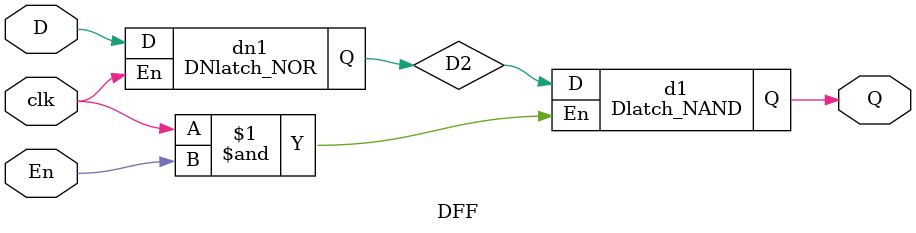
<source format=v>
`timescale 1ns / 1ps
module NAND(
    input in1,
    input in2,
    output out
    );
	buf#(2) (out,~(in1 & in2));

endmodule

module NOR(
    input in1,
    input in2,
    output out
    );
	
	buf#(3,2) (out,~(in1 | in2));

endmodule

module DNlatch_NOR(
    input En,
    input D,
    output Q,
    output not_Q
    );
	 
	 wire not_D,A,B ;
	 
	 NOR n1(D,D,not_D);	 
	 NOR n2(D,En,A);
	 NOR n3(not_D,En,B);
	 NOR n4(A,not_Q,Q);
	 NOR n5(B,Q,not_Q);


endmodule

module Dlatch_NAND(
    input En,
    input D,
    output Q,
	 output not_Q
    );
	 
	 wire not_D,A,B ;
	 
	 NAND n1(D,D,not_D);
	 NAND n2(D,En,A);
	 NAND n3(not_D,En,B);
	 NAND n4(A,not_Q,Q);
	 NAND n5(B,Q,not_Q);	  
		
		

endmodule

module DFF(
    input clk,
	 input En,
    input D,
    output Q
    );
	wire D2;
	DNlatch_NOR dn1(clk,D,D2,);
   Dlatch_NAND d1((clk & En),D2,Q,); 


endmodule

</source>
